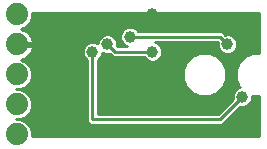
<source format=gbl>
G75*
G70*
%OFA0B0*%
%FSLAX24Y24*%
%IPPOS*%
%LPD*%
%AMOC8*
5,1,8,0,0,1.08239X$1,22.5*
%
%ADD10C,0.0740*%
%ADD11C,0.0100*%
%ADD12C,0.0396*%
D10*
X000680Y000750D03*
X000680Y001750D03*
X000680Y002750D03*
X000680Y003750D03*
X000680Y004750D03*
D11*
X001180Y000849D02*
X001180Y000700D01*
X008730Y000700D01*
X008730Y002024D01*
X008536Y002024D01*
X008508Y002036D01*
X008508Y001935D01*
X008458Y001814D01*
X008366Y001722D01*
X008245Y001672D01*
X008115Y001672D01*
X008109Y001674D01*
X007505Y001070D01*
X003105Y001070D01*
X003000Y001175D01*
X003000Y003219D01*
X002994Y003222D01*
X002902Y003314D01*
X002852Y003435D01*
X002852Y003565D01*
X002902Y003686D01*
X002994Y003778D01*
X003115Y003828D01*
X003245Y003828D01*
X003352Y003784D01*
X003352Y003815D01*
X003402Y003936D01*
X003494Y004028D01*
X003615Y004078D01*
X003745Y004078D01*
X003866Y004028D01*
X003958Y003936D01*
X004008Y003815D01*
X004008Y003685D01*
X004006Y003680D01*
X004345Y003680D01*
X004244Y003722D01*
X004152Y003814D01*
X004102Y003935D01*
X004102Y004065D01*
X004152Y004186D01*
X004244Y004278D01*
X004365Y004328D01*
X004495Y004328D01*
X004616Y004278D01*
X004708Y004186D01*
X004711Y004180D01*
X007505Y004180D01*
X007609Y004076D01*
X007615Y004078D01*
X007745Y004078D01*
X007866Y004028D01*
X007958Y003936D01*
X008008Y003815D01*
X008008Y003685D01*
X007958Y003564D01*
X007866Y003472D01*
X007745Y003422D01*
X007615Y003422D01*
X007494Y003472D01*
X007402Y003564D01*
X007352Y003685D01*
X007352Y003815D01*
X007354Y003820D01*
X005265Y003820D01*
X005366Y003778D01*
X005458Y003686D01*
X005508Y003565D01*
X005508Y003435D01*
X005458Y003314D01*
X005366Y003222D01*
X005245Y003172D01*
X005115Y003172D01*
X004994Y003222D01*
X004902Y003314D01*
X004899Y003320D01*
X003855Y003320D01*
X003751Y003424D01*
X003745Y003422D01*
X003615Y003422D01*
X003508Y003466D01*
X003508Y003435D01*
X003458Y003314D01*
X003366Y003222D01*
X003360Y003219D01*
X003360Y001430D01*
X007355Y001430D01*
X007854Y001929D01*
X007852Y001935D01*
X007852Y002065D01*
X007902Y002186D01*
X007994Y002278D01*
X008087Y002317D01*
X008065Y002339D01*
X007954Y002606D01*
X007954Y002894D01*
X008065Y003161D01*
X008269Y003365D01*
X008536Y003476D01*
X008730Y003476D01*
X008730Y004800D01*
X001180Y004800D01*
X001180Y004651D01*
X001104Y004467D01*
X000963Y004326D01*
X000798Y004258D01*
X000802Y004257D01*
X000880Y004232D01*
X000953Y004195D01*
X001019Y004147D01*
X001077Y004089D01*
X001125Y004023D01*
X001162Y003950D01*
X001187Y003872D01*
X001199Y003800D01*
X000730Y003800D01*
X000730Y003700D01*
X001199Y003700D01*
X001187Y003628D01*
X001162Y003550D01*
X001125Y003477D01*
X001077Y003411D01*
X001019Y003353D01*
X000953Y003305D01*
X000880Y003268D01*
X000802Y003243D01*
X000798Y003242D01*
X000963Y003174D01*
X001104Y003033D01*
X001180Y002849D01*
X001180Y002651D01*
X001104Y002467D01*
X000963Y002326D01*
X000779Y002250D01*
X000630Y002250D01*
X000630Y002250D01*
X000779Y002250D01*
X000963Y002174D01*
X001104Y002033D01*
X001180Y001849D01*
X001180Y001651D01*
X001104Y001467D01*
X000963Y001326D01*
X000779Y001250D01*
X000630Y001250D01*
X000630Y001250D01*
X000779Y001250D01*
X000963Y001174D01*
X001104Y001033D01*
X001180Y000849D01*
X001180Y000841D02*
X008730Y000841D01*
X008730Y000940D02*
X001143Y000940D01*
X001099Y001038D02*
X008730Y001038D01*
X008730Y001137D02*
X007571Y001137D01*
X007670Y001235D02*
X008730Y001235D01*
X008730Y001334D02*
X007768Y001334D01*
X007867Y001432D02*
X008730Y001432D01*
X008730Y001531D02*
X007965Y001531D01*
X008064Y001629D02*
X008730Y001629D01*
X008730Y001728D02*
X008372Y001728D01*
X008463Y001826D02*
X008730Y001826D01*
X008730Y001925D02*
X008504Y001925D01*
X008508Y002023D02*
X008730Y002023D01*
X008180Y002000D02*
X007430Y001250D01*
X003180Y001250D01*
X003180Y003500D01*
X002866Y003599D02*
X001178Y003599D01*
X001198Y003698D02*
X002913Y003698D01*
X003037Y003796D02*
X000730Y003796D01*
X001140Y003993D02*
X003459Y003993D01*
X003385Y003895D02*
X001180Y003895D01*
X001074Y004092D02*
X004113Y004092D01*
X004102Y003993D02*
X003901Y003993D01*
X003975Y003895D02*
X004119Y003895D01*
X004170Y003796D02*
X004008Y003796D01*
X004008Y003698D02*
X004303Y003698D01*
X003930Y003500D02*
X005180Y003500D01*
X005494Y003599D02*
X007387Y003599D01*
X007352Y003698D02*
X005447Y003698D01*
X005323Y003796D02*
X007352Y003796D01*
X007430Y004000D02*
X007680Y003750D01*
X007975Y003895D02*
X008730Y003895D01*
X008730Y003993D02*
X007901Y003993D01*
X007593Y004092D02*
X008730Y004092D01*
X008730Y004190D02*
X004704Y004190D01*
X004591Y004289D02*
X008730Y004289D01*
X008730Y004387D02*
X001024Y004387D01*
X001112Y004486D02*
X008730Y004486D01*
X008730Y004584D02*
X001152Y004584D01*
X001180Y004683D02*
X008730Y004683D01*
X008730Y004781D02*
X001180Y004781D01*
X000872Y004289D02*
X004269Y004289D01*
X004156Y004190D02*
X000959Y004190D01*
X001136Y003501D02*
X002852Y003501D01*
X002865Y003402D02*
X001067Y003402D01*
X000949Y003304D02*
X002912Y003304D01*
X003000Y003205D02*
X000888Y003205D01*
X001031Y003107D02*
X003000Y003107D01*
X003000Y003008D02*
X001114Y003008D01*
X001155Y002910D02*
X003000Y002910D01*
X003000Y002811D02*
X001180Y002811D01*
X001180Y002713D02*
X003000Y002713D01*
X003000Y002614D02*
X001165Y002614D01*
X001124Y002516D02*
X003000Y002516D01*
X003000Y002417D02*
X001054Y002417D01*
X000945Y002319D02*
X003000Y002319D01*
X003000Y002220D02*
X000852Y002220D01*
X001016Y002122D02*
X003000Y002122D01*
X003000Y002023D02*
X001108Y002023D01*
X001149Y001925D02*
X003000Y001925D01*
X003000Y001826D02*
X001180Y001826D01*
X001180Y001728D02*
X003000Y001728D01*
X003000Y001629D02*
X001171Y001629D01*
X001130Y001531D02*
X003000Y001531D01*
X003000Y001432D02*
X001069Y001432D01*
X000971Y001334D02*
X003000Y001334D01*
X003000Y001235D02*
X000816Y001235D01*
X001001Y001137D02*
X003039Y001137D01*
X003360Y001432D02*
X007357Y001432D01*
X007456Y001531D02*
X003360Y001531D01*
X003360Y001629D02*
X007554Y001629D01*
X007653Y001728D02*
X003360Y001728D01*
X003360Y001826D02*
X007751Y001826D01*
X007850Y001925D02*
X003360Y001925D01*
X003360Y002023D02*
X007852Y002023D01*
X007875Y002122D02*
X007287Y002122D01*
X007319Y002135D02*
X007523Y002339D01*
X007634Y002606D01*
X007634Y002894D01*
X007523Y003161D01*
X007319Y003365D01*
X007053Y003476D01*
X006764Y003476D01*
X006497Y003365D01*
X006293Y003161D01*
X006183Y002894D01*
X006183Y002606D01*
X006293Y002339D01*
X006497Y002135D01*
X006764Y002024D01*
X007053Y002024D01*
X007319Y002135D01*
X007404Y002220D02*
X007936Y002220D01*
X008085Y002319D02*
X007503Y002319D01*
X007556Y002417D02*
X008033Y002417D01*
X007992Y002516D02*
X007597Y002516D01*
X007634Y002614D02*
X007954Y002614D01*
X007954Y002713D02*
X007634Y002713D01*
X007634Y002811D02*
X007954Y002811D01*
X007961Y002910D02*
X007628Y002910D01*
X007587Y003008D02*
X008001Y003008D01*
X008042Y003107D02*
X007546Y003107D01*
X007479Y003205D02*
X008109Y003205D01*
X008207Y003304D02*
X007381Y003304D01*
X007230Y003402D02*
X008358Y003402D01*
X008730Y003501D02*
X007895Y003501D01*
X007973Y003599D02*
X008730Y003599D01*
X008730Y003698D02*
X008008Y003698D01*
X008008Y003796D02*
X008730Y003796D01*
X007465Y003501D02*
X005508Y003501D01*
X005495Y003402D02*
X006586Y003402D01*
X006436Y003304D02*
X005448Y003304D01*
X005325Y003205D02*
X006337Y003205D01*
X006271Y003107D02*
X003360Y003107D01*
X003360Y003205D02*
X005035Y003205D01*
X004912Y003304D02*
X003448Y003304D01*
X003495Y003402D02*
X003773Y003402D01*
X003930Y003500D02*
X003680Y003750D01*
X003352Y003796D02*
X003323Y003796D01*
X004430Y004000D02*
X007430Y004000D01*
X006230Y003008D02*
X003360Y003008D01*
X003360Y002910D02*
X006189Y002910D01*
X006183Y002811D02*
X003360Y002811D01*
X003360Y002713D02*
X006183Y002713D01*
X006183Y002614D02*
X003360Y002614D01*
X003360Y002516D02*
X006220Y002516D01*
X006261Y002417D02*
X003360Y002417D01*
X003360Y002319D02*
X006314Y002319D01*
X006412Y002220D02*
X003360Y002220D01*
X003360Y002122D02*
X006530Y002122D01*
X008730Y000743D02*
X001180Y000743D01*
D12*
X004180Y002500D03*
X003180Y003500D03*
X003680Y003750D03*
X004430Y004000D03*
X005180Y003500D03*
X005180Y004750D03*
X007680Y003750D03*
X008180Y002000D03*
X005180Y000900D03*
M02*

</source>
